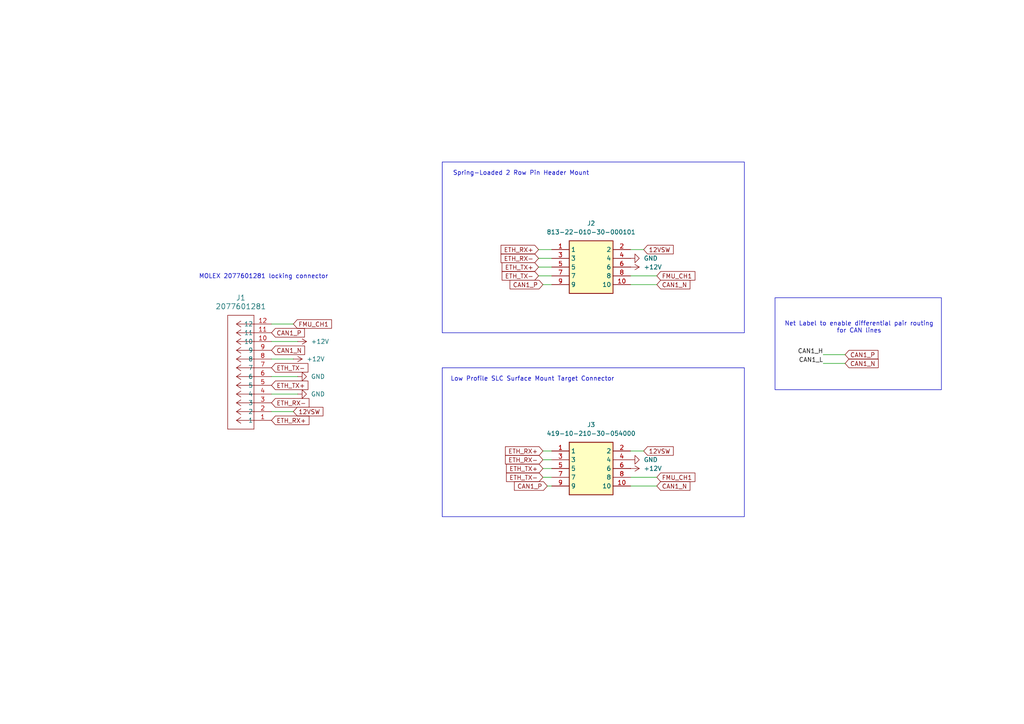
<source format=kicad_sch>
(kicad_sch (version 20250114) (generator "eeschema") (generator_version "9.0")
  (paper "A4")
  (title_block (title "Project Quiver Attachment Interface PCB") (date "2025-06-02") (company "Arrow Air"))
  (lib_symbols
    (symbol "419-10-212-30-054000:419-10-210-30-054000"
      (property "Reference" "J3" (at 11.43 7.62 0))
      (property "Value" "419-10-210-30-054000" (at 11.43 5.08 0))
      (symbol "419-10-210-30-054000_1_1"
        (rectangle (start 5.08 2.54) (end 17.78 -12.7) (stroke (width 0.254)) (fill (type background)))
        (pin passive line (at 0 0 0) (length 5.08) (name "1") (number "1"))
        (pin passive line (at 0 -2.54 0) (length 5.08) (name "3") (number "3"))
        (pin passive line (at 0 -5.08 0) (length 5.08) (name "5") (number "5"))
        (pin passive line (at 0 -7.62 0) (length 5.08) (name "7") (number "7"))
        (pin passive line (at 0 -10.16 0) (length 5.08) (name "9") (number "9"))
        (pin passive line (at 22.86 0 180) (length 5.08) (name "2") (number "2"))
        (pin passive line (at 22.86 -2.54 180) (length 5.08) (name "4") (number "4"))
        (pin passive line (at 22.86 -5.08 180) (length 5.08) (name "6") (number "6"))
        (pin passive line (at 22.86 -7.62 180) (length 5.08) (name "8") (number "8"))
        (pin passive line (at 22.86 -10.16 180) (length 5.08) (name "10") (number "10"))
      )
    )
    (symbol "813-22-010-30-000101:813-22-010-30-000101"
      (property "Reference" "J" (at 19.05 7.62 0))
      (property "Value" "813-22-010-30-000101" (at 19.05 5.08 0))
      (symbol "813-22-010-30-000101_1_1"
        (rectangle (start 5.08 2.54) (end 17.78 -12.7) (stroke (width 0.254)) (fill (type background)))
        (pin passive line (at 0 0 0) (length 5.08) (name "1") (number "1"))
        (pin passive line (at 0 -2.54 0) (length 5.08) (name "3") (number "3"))
        (pin passive line (at 0 -5.08 0) (length 5.08) (name "5") (number "5"))
        (pin passive line (at 0 -7.62 0) (length 5.08) (name "7") (number "7"))
        (pin passive line (at 0 -10.16 0) (length 5.08) (name "9") (number "9"))
        (pin passive line (at 22.86 0 180) (length 5.08) (name "2") (number "2"))
        (pin passive line (at 22.86 -2.54 180) (length 5.08) (name "4") (number "4"))
        (pin passive line (at 22.86 -5.08 180) (length 5.08) (name "6") (number "6"))
        (pin passive line (at 22.86 -7.62 180) (length 5.08) (name "8") (number "8"))
        (pin passive line (at 22.86 -10.16 180) (length 5.08) (name "10") (number "10"))
      )
    )
    (symbol "Molex 2077601281:2077601281" (pin_names (offset 0.254))
      (property "Reference" "J" (at 8.89 6.35 0))
      (property "Value" "2077601281" (at 0 0 0))
      (symbol "2077601281_1_1"
        (polyline (pts (xy 5.08 2.54) (xy 5.08 -30.48)))
        (polyline (pts (xy 5.08 -30.48) (xy 12.7 -30.48)))
        (polyline (pts (xy 10.16 0) (xy 5.08 0)))
        (polyline (pts (xy 10.16 0) (xy 8.89 0.8467)))
        (polyline (pts (xy 10.16 0) (xy 8.89 -0.8467)))
        (polyline (pts (xy 10.16 -2.54) (xy 5.08 -2.54)))
        (polyline (pts (xy 10.16 -2.54) (xy 8.89 -1.6933)))
        (polyline (pts (xy 10.16 -2.54) (xy 8.89 -3.3867)))
        (polyline (pts (xy 10.16 -5.08) (xy 5.08 -5.08)))
        (polyline (pts (xy 10.16 -5.08) (xy 8.89 -4.2333)))
        (polyline (pts (xy 10.16 -5.08) (xy 8.89 -5.9267)))
        (polyline (pts (xy 10.16 -7.62) (xy 5.08 -7.62)))
        (polyline (pts (xy 10.16 -7.62) (xy 8.89 -6.7733)))
        (polyline (pts (xy 10.16 -7.62) (xy 8.89 -8.4667)))
        (polyline (pts (xy 10.16 -10.16) (xy 5.08 -10.16)))
        (polyline (pts (xy 10.16 -10.16) (xy 8.89 -9.3133)))
        (polyline (pts (xy 10.16 -10.16) (xy 8.89 -11.0067)))
        (polyline (pts (xy 10.16 -12.7) (xy 5.08 -12.7)))
        (polyline (pts (xy 10.16 -12.7) (xy 8.89 -11.8533)))
        (polyline (pts (xy 10.16 -12.7) (xy 8.89 -13.5467)))
        (polyline (pts (xy 10.16 -15.24) (xy 5.08 -15.24)))
        (polyline (pts (xy 10.16 -15.24) (xy 8.89 -14.3933)))
        (polyline (pts (xy 10.16 -15.24) (xy 8.89 -16.0867)))
        (polyline (pts (xy 10.16 -17.78) (xy 5.08 -17.78)))
        (polyline (pts (xy 10.16 -17.78) (xy 8.89 -16.9333)))
        (polyline (pts (xy 10.16 -17.78) (xy 8.89 -18.6267)))
        (polyline (pts (xy 10.16 -20.32) (xy 5.08 -20.32)))
        (polyline (pts (xy 10.16 -20.32) (xy 8.89 -19.4733)))
        (polyline (pts (xy 10.16 -20.32) (xy 8.89 -21.1667)))
        (polyline (pts (xy 10.16 -22.86) (xy 5.08 -22.86)))
        (polyline (pts (xy 10.16 -22.86) (xy 8.89 -22.0133)))
        (polyline (pts (xy 10.16 -22.86) (xy 8.89 -23.7067)))
        (polyline (pts (xy 10.16 -25.4) (xy 5.08 -25.4)))
        (polyline (pts (xy 10.16 -25.4) (xy 8.89 -24.5533)))
        (polyline (pts (xy 10.16 -25.4) (xy 8.89 -26.2467)))
        (polyline (pts (xy 10.16 -27.94) (xy 5.08 -27.94)))
        (polyline (pts (xy 10.16 -27.94) (xy 8.89 -27.0933)))
        (polyline (pts (xy 10.16 -27.94) (xy 8.89 -28.7867)))
        (polyline (pts (xy 12.7 2.54) (xy 5.08 2.54)))
        (polyline (pts (xy 12.7 -30.48) (xy 12.7 2.54)))
        (pin unspecified line (at 0 0 0) (length 5.08) (name "1") (number "1"))
        (pin unspecified line (at 0 -2.54 0) (length 5.08) (name "2") (number "2"))
        (pin unspecified line (at 0 -5.08 0) (length 5.08) (name "3") (number "3"))
        (pin unspecified line (at 0 -7.62 0) (length 5.08) (name "4") (number "4"))
        (pin unspecified line (at 0 -10.16 0) (length 5.08) (name "5") (number "5"))
        (pin unspecified line (at 0 -12.7 0) (length 5.08) (name "6") (number "6"))
        (pin unspecified line (at 0 -15.24 0) (length 5.08) (name "7") (number "7"))
        (pin unspecified line (at 0 -17.78 0) (length 5.08) (name "8") (number "8"))
        (pin unspecified line (at 0 -20.32 0) (length 5.08) (name "9") (number "9"))
        (pin unspecified line (at 0 -22.86 0) (length 5.08) (name "10") (number "10"))
        (pin unspecified line (at 0 -25.4 0) (length 5.08) (name "11") (number "11"))
        (pin unspecified line (at 0 -27.94 0) (length 5.08) (name "12") (number "12"))
      )
      (symbol "2077601281_1_2"
        (polyline (pts (xy 5.08 2.54) (xy 5.08 -30.48)))
        (polyline (pts (xy 5.08 -30.48) (xy 12.7 -30.48)))
        (polyline (pts (xy 7.62 0) (xy 5.08 0)))
        (polyline (pts (xy 7.62 0) (xy 8.89 0.8467)))
        (polyline (pts (xy 7.62 0) (xy 8.89 -0.8467)))
        (polyline (pts (xy 7.62 -2.54) (xy 5.08 -2.54)))
        (polyline (pts (xy 7.62 -2.54) (xy 8.89 -1.6933)))
        (polyline (pts (xy 7.62 -2.54) (xy 8.89 -3.3867)))
        (polyline (pts (xy 7.62 -5.08) (xy 5.08 -5.08)))
        (polyline (pts (xy 7.62 -5.08) (xy 8.89 -4.2333)))
        (polyline (pts (xy 7.62 -5.08) (xy 8.89 -5.9267)))
        (polyline (pts (xy 7.62 -7.62) (xy 5.08 -7.62)))
        (polyline (pts (xy 7.62 -7.62) (xy 8.89 -6.7733)))
        (polyline (pts (xy 7.62 -7.62) (xy 8.89 -8.4667)))
        (polyline (pts (xy 7.62 -10.16) (xy 5.08 -10.16)))
        (polyline (pts (xy 7.62 -10.16) (xy 8.89 -9.3133)))
        (polyline (pts (xy 7.62 -10.16) (xy 8.89 -11.0067)))
        (polyline (pts (xy 7.62 -12.7) (xy 5.08 -12.7)))
        (polyline (pts (xy 7.62 -12.7) (xy 8.89 -11.8533)))
        (polyline (pts (xy 7.62 -12.7) (xy 8.89 -13.5467)))
        (polyline (pts (xy 7.62 -15.24) (xy 5.08 -15.24)))
        (polyline (pts (xy 7.62 -15.24) (xy 8.89 -14.3933)))
        (polyline (pts (xy 7.62 -15.24) (xy 8.89 -16.0867)))
        (polyline (pts (xy 7.62 -17.78) (xy 5.08 -17.78)))
        (polyline (pts (xy 7.62 -17.78) (xy 8.89 -16.9333)))
        (polyline (pts (xy 7.62 -17.78) (xy 8.89 -18.6267)))
        (polyline (pts (xy 7.62 -20.32) (xy 5.08 -20.32)))
        (polyline (pts (xy 7.62 -20.32) (xy 8.89 -19.4733)))
        (polyline (pts (xy 7.62 -20.32) (xy 8.89 -21.1667)))
        (polyline (pts (xy 7.62 -22.86) (xy 5.08 -22.86)))
        (polyline (pts (xy 7.62 -22.86) (xy 8.89 -22.0133)))
        (polyline (pts (xy 7.62 -22.86) (xy 8.89 -23.7067)))
        (polyline (pts (xy 7.62 -25.4) (xy 5.08 -25.4)))
        (polyline (pts (xy 7.62 -25.4) (xy 8.89 -24.5533)))
        (polyline (pts (xy 7.62 -25.4) (xy 8.89 -26.2467)))
        (polyline (pts (xy 7.62 -27.94) (xy 5.08 -27.94)))
        (polyline (pts (xy 7.62 -27.94) (xy 8.89 -27.0933)))
        (polyline (pts (xy 7.62 -27.94) (xy 8.89 -28.7867)))
        (polyline (pts (xy 12.7 2.54) (xy 5.08 2.54)))
        (polyline (pts (xy 12.7 -30.48) (xy 12.7 2.54)))
        (pin unspecified line (at 0 0 0) (length 5.08) (name "1") (number "1"))
        (pin unspecified line (at 0 -2.54 0) (length 5.08) (name "2") (number "2"))
        (pin unspecified line (at 0 -5.08 0) (length 5.08) (name "3") (number "3"))
        (pin unspecified line (at 0 -7.62 0) (length 5.08) (name "4") (number "4"))
        (pin unspecified line (at 0 -10.16 0) (length 5.08) (name "5") (number "5"))
        (pin unspecified line (at 0 -12.7 0) (length 5.08) (name "6") (number "6"))
        (pin unspecified line (at 0 -15.24 0) (length 5.08) (name "7") (number "7"))
        (pin unspecified line (at 0 -17.78 0) (length 5.08) (name "8") (number "8"))
        (pin unspecified line (at 0 -20.32 0) (length 5.08) (name "9") (number "9"))
        (pin unspecified line (at 0 -22.86 0) (length 5.08) (name "10") (number "10"))
        (pin unspecified line (at 0 -25.4 0) (length 5.08) (name "11") (number "11"))
        (pin unspecified line (at 0 -27.94 0) (length 5.08) (name "12") (number "12"))
      )
    )
    (symbol "power:+12V" (power) (pin_numbers (hide yes)) (pin_names (offset 0) (hide yes))
      (property "Value" "+12V" (at 0 3.556 0))
      (symbol "+12V_0_1"
        (polyline (pts (xy -0.762 1.27) (xy 0 2.54)))
        (polyline (pts (xy 0 2.54) (xy 0.762 1.27)))
        (polyline (pts (xy 0 0) (xy 0 2.54)))
      )
      (symbol "+12V_1_1"
        (pin power_in line (at 0 0 90) (length 0) (name "~") (number "1"))
      )
    )
    (symbol "power:GND" (power) (pin_numbers (hide yes)) (pin_names (offset 0) (hide yes))
      (property "Value" "GND" (at 0 -3.81 0))
      (symbol "GND_0_1"
        (polyline (pts (xy 0 0) (xy 0 -1.27) (xy 1.27 -1.27) (xy 0 -2.54) (xy -1.27 -1.27) (xy 0 -1.27)))
      )
      (symbol "GND_1_1"
        (pin power_in line (at 0 0 270) (length 0) (name "~") (number "1"))
      )
    )
  )
  (rectangle (start 128.27 46.99) (end 215.9 96.52))
  (rectangle (start 224.79 86.36) (end 273.05 113.03))
  (rectangle (start 128.27 106.68) (end 215.9 149.86))
  (text "MOLEX 2077601281 locking connector" (at 76.454 80.264 0) (effects (font (size 1.27 1.27))))
  (text "Spring-Loaded 2 Row Pin Header Mount\n" (at 151.13 50.292 0) (effects (font (size 1.27 1.27))))
  (text "Low Profile SLC Surface Mount Target Connector" (at 154.432 109.982 0) (effects (font (size 1.27 1.27))))
  (text "Net Label to enable differential pair routing\nfor CAN lines" (at 249.174 94.996 0) (effects (font (size 1.27 1.27))))
  (wire (pts (xy 156.21 72.39) (xy 160.02 72.39)))
  (wire (pts (xy 190.5 80.01) (xy 182.88 80.01)))
  (wire (pts (xy 157.48 138.43) (xy 160.02 138.43)))
  (wire (pts (xy 158.75 140.97) (xy 160.02 140.97)))
  (wire (pts (xy 186.69 72.39) (xy 182.88 72.39)))
  (wire (pts (xy 157.48 133.35) (xy 160.02 133.35)))
  (wire (pts (xy 156.21 77.47) (xy 160.02 77.47)))
  (wire (pts (xy 157.48 135.89) (xy 160.02 135.89)))
  (wire (pts (xy 182.88 82.55) (xy 190.5 82.55)))
  (wire (pts (xy 238.76 105.41) (xy 245.11 105.41)))
  (wire (pts (xy 78.74 109.22) (xy 86.36 109.22)))
  (wire (pts (xy 160.02 82.55) (xy 157.48 82.55)))
  (wire (pts (xy 156.21 74.93) (xy 160.02 74.93)))
  (wire (pts (xy 78.74 99.06) (xy 86.36 99.06)))
  (wire (pts (xy 78.74 104.14) (xy 85.09 104.14)))
  (wire (pts (xy 78.74 93.98) (xy 85.09 93.98)))
  (wire (pts (xy 78.74 119.38) (xy 85.09 119.38)))
  (wire (pts (xy 78.74 114.3) (xy 86.36 114.3)))
  (wire (pts (xy 238.76 102.87) (xy 245.11 102.87)))
  (wire (pts (xy 156.21 80.01) (xy 160.02 80.01)))
  (wire (pts (xy 182.88 140.97) (xy 190.5 140.97)))
  (wire (pts (xy 157.48 130.81) (xy 160.02 130.81)))
  (wire (pts (xy 186.69 130.81) (xy 182.88 130.81)))
  (wire (pts (xy 182.88 138.43) (xy 190.5 138.43)))
  (label "CAN1_H" (at 238.76 102.87 180))
  (label "CAN1_L" (at 238.76 105.41 180))
  (global_label "CAN1_P" (shape input) (at 78.74 96.52 0) (property "Intersheetrefs" "${INTERSHEET_REFS}" (effects (hide yes))))
  (global_label "12VSW" (shape input) (at 186.69 72.39 0) (property "Intersheetrefs" "${INTERSHEET_REFS}" (effects (hide yes))))
  (global_label "12VSW" (shape input) (at 186.69 130.81 0) (property "Intersheetrefs" "${INTERSHEET_REFS}" (effects (hide yes))))
  (global_label "FMU_CH1" (shape input) (at 190.5 80.01 0) (property "Intersheetrefs" "${INTERSHEET_REFS}" (effects (hide yes))))
  (global_label "ETH_TX+" (shape input) (at 157.48 135.89 180) (property "Intersheetrefs" "${INTERSHEET_REFS}" (effects (hide yes))))
  (global_label "CAN1_P" (shape input) (at 245.11 102.87 0) (property "Intersheetrefs" "${INTERSHEET_REFS}" (effects (hide yes))))
  (global_label "12VSW" (shape input) (at 85.09 119.38 0) (property "Intersheetrefs" "${INTERSHEET_REFS}" (effects (hide yes))))
  (global_label "ETH_TX+" (shape input) (at 156.21 77.47 180) (property "Intersheetrefs" "${INTERSHEET_REFS}" (effects (hide yes))))
  (global_label "ETH_RX+" (shape input) (at 78.74 121.92 0) (property "Intersheetrefs" "${INTERSHEET_REFS}" (effects (hide yes))))
  (global_label "ETH_TX-" (shape input) (at 78.74 106.68 0) (property "Intersheetrefs" "${INTERSHEET_REFS}" (effects (hide yes))))
  (global_label "ETH_TX-" (shape input) (at 157.48 138.43 180) (property "Intersheetrefs" "${INTERSHEET_REFS}" (effects (hide yes))))
  (global_label "FMU_CH1" (shape input) (at 190.5 138.43 0) (property "Intersheetrefs" "${INTERSHEET_REFS}" (effects (hide yes))))
  (global_label "CAN1_N" (shape input) (at 190.5 82.55 0) (property "Intersheetrefs" "${INTERSHEET_REFS}" (effects (hide yes))))
  (global_label "CAN1_N" (shape input) (at 245.11 105.41 0) (property "Intersheetrefs" "${INTERSHEET_REFS}" (effects (hide yes))))
  (global_label "FMU_CH1" (shape input) (at 85.09 93.98 0) (property "Intersheetrefs" "${INTERSHEET_REFS}" (effects (hide yes))))
  (global_label "ETH_RX+" (shape input) (at 157.48 130.81 180) (property "Intersheetrefs" "${INTERSHEET_REFS}" (effects (hide yes))))
  (global_label "ETH_RX+" (shape input) (at 156.21 72.39 180) (property "Intersheetrefs" "${INTERSHEET_REFS}" (effects (hide yes))))
  (global_label "ETH_RX-" (shape input) (at 156.21 74.93 180) (property "Intersheetrefs" "${INTERSHEET_REFS}" (effects (hide yes))))
  (global_label "CAN1_P" (shape input) (at 157.48 82.55 180) (property "Intersheetrefs" "${INTERSHEET_REFS}" (effects (hide yes))))
  (global_label "ETH_TX+" (shape input) (at 78.74 111.76 0) (property "Intersheetrefs" "${INTERSHEET_REFS}" (effects (hide yes))))
  (global_label "ETH_RX-" (shape input) (at 78.74 116.84 0) (property "Intersheetrefs" "${INTERSHEET_REFS}" (effects (hide yes))))
  (global_label "ETH_TX-" (shape input) (at 156.21 80.01 180) (property "Intersheetrefs" "${INTERSHEET_REFS}" (effects (hide yes))))
  (global_label "CAN1_P" (shape input) (at 158.75 140.97 180) (property "Intersheetrefs" "${INTERSHEET_REFS}" (effects (hide yes))))
  (global_label "CAN1_N" (shape input) (at 78.74 101.6 0) (property "Intersheetrefs" "${INTERSHEET_REFS}" (effects (hide yes))))
  (global_label "ETH_RX-" (shape input) (at 157.48 133.35 180) (property "Intersheetrefs" "${INTERSHEET_REFS}" (effects (hide yes))))
  (global_label "CAN1_N" (shape input) (at 190.5 140.97 0) (property "Intersheetrefs" "${INTERSHEET_REFS}" (effects (hide yes))))
  (symbol (lib_id "power:+12V") (at 182.88 77.47 270) (unit 1)
    (property "Reference" "#PWR010" (effects (hide yes)))
    (property "Value" "+12V" (at 186.69 77.4699 90) (effects (justify left)))
    (property "Description" "Power symbol creates a global label with name \"+12V\"" (effects (hide yes)))
  )
  (symbol (lib_id "power:GND") (at 86.36 109.22 90) (unit 1)
    (property "Reference" "#PWR08" (effects (hide yes)))
    (property "Value" "GND" (at 90.17 109.2199 90) (effects (justify right)))
    (property "Description" "Power symbol creates a global label with name \"GND\" , ground" (effects (hide yes)))
  )
  (symbol (lib_id "419-10-212-30-054000:419-10-210-30-054000") (at 160.02 130.81 0) (unit 1)
    (property "Reference" "J3" (at 171.45 123.19 0))
    (property "Value" "419-10-210-30-054000" (at 171.45 125.73 0))
    (property "Footprint" "Molex 2077601281:419-10-210-30-054000" (effects (hide yes)))
    (property "Datasheet" "https://www.mill-max.com/products/socket/813-xx-xxx-30-000101/813-22-010-30-000101?s_term=813-22-010-30-000101&s_type=Quick%2FProduct%2FPart+Number+Search" (effects (hide yes)))
    (property "Description" "CONN SPRING CONT 10 POS .137 SMD" (effects (hide yes)))
    (property "Height" "3.48" (effects (hide yes)))
    (property "Mouser Part Number" "575-8132201030000101" (effects (hide yes)))
    (property "Mouser Price/Stock" "https://www.mouser.co.uk/ProductDetail/Mill-Max/813-22-010-30-000101?qs=iJx90KzHWBpyidWenribEg%3D%3D" (effects (hide yes)))
    (property "Manufacturer_Name" "Mill-Max" (effects (hide yes)))
    (property "Manufacturer_Part_Number" "813-22-010-30-000101" (effects (hide yes)))
  )
  (symbol (lib_id "power:GND") (at 182.88 133.35 90) (unit 1)
    (property "Reference" "#PWR06" (effects (hide yes)))
    (property "Value" "GND" (at 186.69 133.3499 90) (effects (justify right)))
    (property "Description" "Power symbol creates a global label with name \"GND\" , ground" (effects (hide yes)))
  )
  (symbol (lib_id "power:GND") (at 182.88 74.93 90) (unit 1)
    (property "Reference" "#PWR05" (effects (hide yes)))
    (property "Value" "GND" (at 186.69 74.9299 90) (effects (justify right)))
    (property "Description" "Power symbol creates a global label with name \"GND\" , ground" (effects (hide yes)))
  )
  (symbol (lib_id "Molex 2077601281:2077601281") (at 78.74 121.92 180) (unit 1)
    (property "Reference" "J1" (at 69.85 86.36 0) (effects (font (size 1.524 1.524))))
    (property "Value" "2077601281" (at 69.85 88.9 0) (effects (font (size 1.524 1.524))))
    (property "Footprint" "CONN12_2077601281_MOL" (effects (hide yes)))
    (property "Datasheet" "2077601281" (effects (hide yes)))
  )
  (symbol (lib_id "power:+12V") (at 85.09 104.14 270) (unit 1)
    (property "Reference" "#PWR02" (effects (hide yes)))
    (property "Value" "+12V" (at 88.9 104.1399 90) (effects (justify left)))
    (property "Description" "Power symbol creates a global label with name \"+12V\"" (effects (hide yes)))
  )
  (symbol (lib_id "power:+12V") (at 86.36 99.06 270) (unit 1)
    (property "Reference" "#PWR01" (effects (hide yes)))
    (property "Value" "+12V" (at 90.17 99.0599 90) (effects (justify left)))
    (property "Description" "Power symbol creates a global label with name \"+12V\"" (effects (hide yes)))
  )
  (symbol (lib_id "813-22-010-30-000101:813-22-010-30-000101") (at 160.02 72.39 0) (unit 1)
    (property "Reference" "J2" (at 171.45 64.77 0))
    (property "Value" "813-22-010-30-000101" (at 171.45 67.31 0))
    (property "Footprint" "8132201030000101" (effects (hide yes)))
    (property "Datasheet" "https://www.mill-max.com/products/socket/813-xx-xxx-30-000101/813-22-010-30-000101?s_term=813-22-010-30-000101&s_type=Quick%2FProduct%2FPart+Number+Search" (effects (hide yes)))
    (property "Description" "CONN SPRING CONT 10 POS .137 SMD" (effects (hide yes)))
    (property "Height" "3.48" (effects (hide yes)))
    (property "Mouser Part Number" "575-8132201030000101" (effects (hide yes)))
    (property "Mouser Price/Stock" "https://www.mouser.co.uk/ProductDetail/Mill-Max/813-22-010-30-000101?qs=iJx90KzHWBpyidWenribEg%3D%3D" (effects (hide yes)))
    (property "Manufacturer_Name" "Mill-Max" (effects (hide yes)))
    (property "Manufacturer_Part_Number" "813-22-010-30-000101" (effects (hide yes)))
  )
  (symbol (lib_id "power:+12V") (at 182.88 135.89 270) (unit 1)
    (property "Reference" "#PWR07" (effects (hide yes)))
    (property "Value" "+12V" (at 186.69 135.8899 90) (effects (justify left)))
    (property "Description" "Power symbol creates a global label with name \"+12V\"" (effects (hide yes)))
  )
  (symbol (lib_id "power:GND") (at 86.36 114.3 90) (unit 1)
    (property "Reference" "#PWR04" (effects (hide yes)))
    (property "Value" "GND" (at 90.17 114.2999 90) (effects (justify right)))
    (property "Description" "Power symbol creates a global label with name \"GND\" , ground" (effects (hide yes)))
  )
)
</source>
